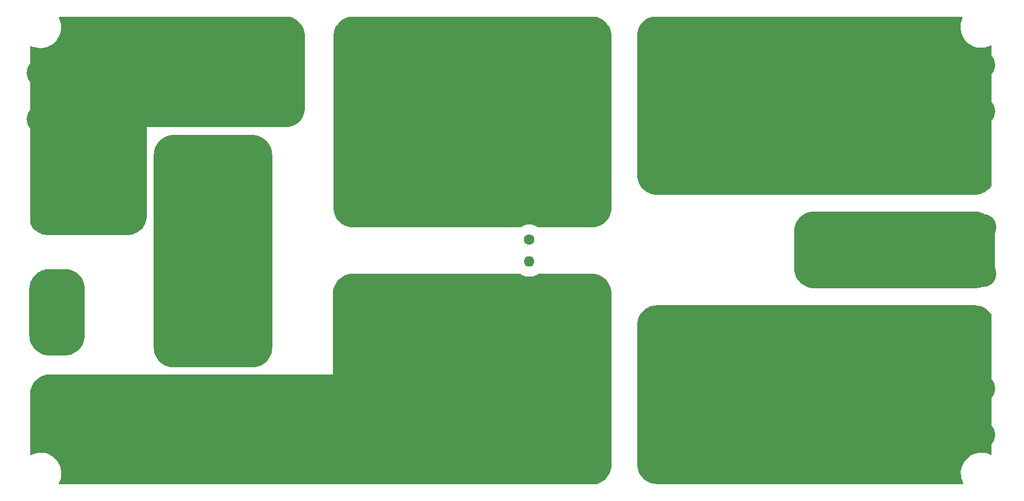
<source format=gbr>
%TF.GenerationSoftware,KiCad,Pcbnew,(6.0.0)*%
%TF.CreationDate,2022-08-03T23:01:30+01:00*%
%TF.ProjectId,EMI-DC BLOCKR FILTER,454d492d-4443-4204-924c-4f434b522046,rev?*%
%TF.SameCoordinates,Original*%
%TF.FileFunction,Copper,L2,Bot*%
%TF.FilePolarity,Positive*%
%FSLAX46Y46*%
G04 Gerber Fmt 4.6, Leading zero omitted, Abs format (unit mm)*
G04 Created by KiCad (PCBNEW (6.0.0)) date 2022-08-03 23:01:30*
%MOMM*%
%LPD*%
G01*
G04 APERTURE LIST*
%TA.AperFunction,ComponentPad*%
%ADD10C,2.400000*%
%TD*%
%TA.AperFunction,ComponentPad*%
%ADD11R,2.400000X2.400000*%
%TD*%
%TA.AperFunction,ComponentPad*%
%ADD12O,2.400000X2.400000*%
%TD*%
%TA.AperFunction,ComponentPad*%
%ADD13C,5.000000*%
%TD*%
%TA.AperFunction,ComponentPad*%
%ADD14C,4.000000*%
%TD*%
%TA.AperFunction,ComponentPad*%
%ADD15C,2.000000*%
%TD*%
%TA.AperFunction,ComponentPad*%
%ADD16O,1.600000X1.600000*%
%TD*%
%TA.AperFunction,ComponentPad*%
%ADD17R,4.000000X4.000000*%
%TD*%
%TA.AperFunction,ComponentPad*%
%ADD18C,1.600000*%
%TD*%
%TA.AperFunction,ComponentPad*%
%ADD19C,2.857500*%
%TD*%
%TA.AperFunction,ComponentPad*%
%ADD20R,2.857500X2.857500*%
%TD*%
%TA.AperFunction,ViaPad*%
%ADD21C,1.500000*%
%TD*%
G04 APERTURE END LIST*
D10*
%TO.P,,1*%
%TO.N,/HOT_OUT*%
X186639200Y-108051600D03*
%TD*%
%TO.P,,2*%
%TO.N,/NEUTRAL_IN*%
X130606800Y-80518000D03*
%TD*%
D11*
%TO.P,D4,1,K*%
%TO.N,/HOT_IN*%
X80037756Y-124026917D03*
D12*
%TO.P,D4,2,A*%
%TO.N,Net-(D1-Pad2)*%
X80037756Y-108786917D03*
%TD*%
D10*
%TO.P,,2*%
%TO.N,/NEUTRAL_OUT*%
X186588400Y-88036400D03*
%TD*%
D13*
%TO.P,J2,1,Pin_1*%
%TO.N,/EARTH*%
X219475349Y-97915616D03*
D14*
X222015349Y-94415616D03*
X217011549Y-101426016D03*
X222015349Y-101426016D03*
X217011549Y-94415616D03*
%TD*%
D11*
%TO.P,D3,1,K*%
%TO.N,Net-(D1-Pad2)*%
X84203356Y-108786917D03*
D12*
%TO.P,D3,2,A*%
%TO.N,/HOT_IN*%
X84203356Y-124026917D03*
%TD*%
D15*
%TO.P,,2*%
%TO.N,/NEUTRAL_OUT*%
X196545200Y-80365600D03*
%TD*%
D16*
%TO.P,,2*%
%TO.N,/NEUTRAL_IN*%
X153466800Y-84582000D03*
%TD*%
D11*
%TO.P,D1,1,K*%
%TO.N,/DC_IN*%
X84203356Y-90600517D03*
D12*
%TO.P,D1,2,A*%
%TO.N,Net-(D1-Pad2)*%
X84203356Y-105840517D03*
%TD*%
D17*
%TO.P,C1,1*%
%TO.N,Net-(C1-Pad1)*%
X105363357Y-84827400D03*
D14*
%TO.P,C1,2*%
%TO.N,/DC_IN*%
X105363357Y-74827400D03*
%TD*%
D10*
%TO.P,,2*%
%TO.N,/NEUTRAL_OUT*%
X186639200Y-80467200D03*
%TD*%
D11*
%TO.P,D2,1,K*%
%TO.N,Net-(D1-Pad2)*%
X80037756Y-105840517D03*
D12*
%TO.P,D2,2,A*%
%TO.N,/DC_IN*%
X80037756Y-90600517D03*
%TD*%
D10*
%TO.P,,2*%
%TO.N,/NEUTRAL_IN*%
X144513993Y-80518000D03*
%TD*%
%TO.P,C4,1*%
%TO.N,/HOT_IN*%
X144526000Y-111709200D03*
%TO.P,C4,2*%
%TO.N,/NEUTRAL_IN*%
X144526000Y-84209200D03*
%TD*%
%TO.P,C5,1*%
%TO.N,/HOT_OUT*%
X186639200Y-111709200D03*
%TO.P,C5,2*%
%TO.N,/NEUTRAL_OUT*%
X186639200Y-84209200D03*
%TD*%
%TO.P,,2*%
%TO.N,/NEUTRAL_OUT*%
X206400400Y-88036400D03*
%TD*%
D18*
%TO.P,,1*%
%TO.N,/HOT_IN*%
X153466800Y-109270800D03*
%TD*%
D15*
%TO.P,,1*%
%TO.N,/HOT_OUT*%
X196545200Y-115468400D03*
%TD*%
D10*
%TO.P,,1*%
%TO.N,/HOT_OUT*%
X206400400Y-108051600D03*
%TD*%
%TO.P,,1*%
%TO.N,/HOT_OUT*%
X186639200Y-115417600D03*
%TD*%
D16*
%TO.P,,2*%
%TO.N,/NEUTRAL_IN*%
X153466800Y-86614000D03*
%TD*%
D10*
%TO.P,,1*%
%TO.N,/HOT_IN*%
X144526000Y-108000800D03*
%TD*%
%TO.P,R4,1*%
%TO.N,/NEUTRAL_IN*%
X157480000Y-72254400D03*
D12*
%TO.P,R4,2*%
%TO.N,/NEUTRAL_OUT*%
X177800000Y-72254400D03*
%TD*%
D18*
%TO.P,R1,1*%
%TO.N,/HOT_IN*%
X153466800Y-107230200D03*
D16*
%TO.P,R1,2*%
%TO.N,Net-(R1-Pad2)*%
X153466800Y-99610200D03*
%TD*%
D10*
%TO.P,,2*%
%TO.N,/NEUTRAL_IN*%
X130606800Y-88036400D03*
%TD*%
D18*
%TO.P,R2,1*%
%TO.N,Net-(R1-Pad2)*%
X153466800Y-96308200D03*
D16*
%TO.P,R2,2*%
%TO.N,/NEUTRAL_IN*%
X153466800Y-88688200D03*
%TD*%
D10*
%TO.P,,1*%
%TO.N,/HOT_IN*%
X130606800Y-108000800D03*
%TD*%
%TO.P,R3,1*%
%TO.N,/HOT_IN*%
X157480000Y-122800400D03*
D12*
%TO.P,R3,2*%
%TO.N,/HOT_OUT*%
X177800000Y-122800400D03*
%TD*%
D17*
%TO.P,C2,1*%
%TO.N,Net-(C1-Pad1)*%
X105363357Y-111294200D03*
D14*
%TO.P,C2,2*%
%TO.N,/HOT_IN*%
X105363357Y-121294200D03*
%TD*%
D10*
%TO.P,,1*%
%TO.N,/HOT_IN*%
X144526000Y-115468400D03*
%TD*%
D15*
%TO.P,,2*%
%TO.N,/NEUTRAL_OUT*%
X196545200Y-86918800D03*
%TD*%
%TO.P,,1*%
%TO.N,/HOT_OUT*%
X196545200Y-108915200D03*
%TD*%
D14*
%TO.P,J4,1,Pin_1*%
%TO.N,/HOT_OUT*%
X216824907Y-125817135D03*
X221828707Y-118806735D03*
X221828707Y-125817135D03*
X216824907Y-118806735D03*
D13*
X219288707Y-122306735D03*
%TD*%
D10*
%TO.P,C3,1*%
%TO.N,/HOT_IN*%
X130606800Y-111709200D03*
%TO.P,C3,2*%
%TO.N,/NEUTRAL_IN*%
X130606800Y-84209200D03*
%TD*%
D15*
%TO.P,C8,1*%
%TO.N,/EARTH*%
X196545200Y-93709200D03*
%TO.P,C8,2*%
%TO.N,/NEUTRAL_OUT*%
X196545200Y-83709200D03*
%TD*%
D10*
%TO.P,C6,1*%
%TO.N,/HOT_OUT*%
X206400400Y-111709200D03*
%TO.P,C6,2*%
%TO.N,/NEUTRAL_OUT*%
X206400400Y-84209200D03*
%TD*%
D18*
%TO.P,,1*%
%TO.N,/HOT_IN*%
X153466800Y-111302800D03*
%TD*%
D14*
%TO.P,J6,1,Pin_1*%
%TO.N,/NEUTRAL_OUT*%
X216894757Y-76876903D03*
X221898557Y-76876903D03*
X216894757Y-69866503D03*
X221898557Y-69866503D03*
D13*
X219358557Y-73366503D03*
%TD*%
D10*
%TO.P,,1*%
%TO.N,/HOT_IN*%
X130606800Y-115468400D03*
%TD*%
D14*
%TO.P,J1,1,Pin_1*%
%TO.N,/DC_IN*%
X84578006Y-78103717D03*
X84578006Y-71093317D03*
X79574206Y-78103717D03*
D13*
X82038006Y-74593317D03*
D14*
X79574206Y-71093317D03*
%TD*%
D10*
%TO.P,,1*%
%TO.N,/HOT_OUT*%
X206400400Y-115417600D03*
%TD*%
%TO.P,,2*%
%TO.N,/NEUTRAL_IN*%
X144513993Y-88036400D03*
%TD*%
D15*
%TO.P,C7,1*%
%TO.N,/HOT_OUT*%
X196545200Y-112209200D03*
%TO.P,C7,2*%
%TO.N,/EARTH*%
X196545200Y-102209200D03*
%TD*%
D10*
%TO.P,,2*%
%TO.N,/NEUTRAL_OUT*%
X206451200Y-80467200D03*
%TD*%
D14*
%TO.P,J3,1,Pin_1*%
%TO.N,/NEUTRAL_IN*%
X136230707Y-69593750D03*
X129220307Y-74597550D03*
X136230707Y-74597550D03*
X129220307Y-69593750D03*
D13*
X132720307Y-72133750D03*
%TD*%
D19*
%TO.P,FL1,1,1*%
%TO.N,/HOT_IN*%
X158648400Y-112525897D03*
D20*
%TO.P,FL1,2,2*%
%TO.N,/HOT_OUT*%
X176428400Y-112525897D03*
D19*
%TO.P,FL1,3,3*%
%TO.N,/NEUTRAL_IN*%
X158648400Y-82045897D03*
%TO.P,FL1,4,4*%
%TO.N,/NEUTRAL_OUT*%
X176428400Y-82045897D03*
%TD*%
D21*
%TO.N,/HOT_IN*%
X143459200Y-127000000D03*
X130759200Y-121920000D03*
X135839200Y-129540000D03*
X128219200Y-119380000D03*
X143459200Y-124460000D03*
X143459200Y-129540000D03*
X130759200Y-129540000D03*
X140919200Y-124460000D03*
X145999200Y-127000000D03*
X145999200Y-121920000D03*
X133299200Y-129540000D03*
X128219200Y-127000000D03*
X140919200Y-129540000D03*
X138379200Y-129540000D03*
X138379200Y-124460000D03*
X130759200Y-119380000D03*
X133299200Y-119380000D03*
X135839200Y-124460000D03*
X145999200Y-119380000D03*
X133299200Y-124460000D03*
X130759200Y-124460000D03*
X138379200Y-121920000D03*
X130759200Y-127000000D03*
X138379200Y-119380000D03*
X135839200Y-121920000D03*
X140919200Y-121920000D03*
X133299200Y-121920000D03*
X145999200Y-129540000D03*
X145999200Y-124460000D03*
X135839200Y-127000000D03*
X128219200Y-124460000D03*
X140919200Y-119380000D03*
X133299200Y-127000000D03*
X138379200Y-127000000D03*
X143459200Y-121920000D03*
X135839200Y-119380000D03*
X128219200Y-121920000D03*
X128219200Y-129540000D03*
X143459200Y-119380000D03*
X140919200Y-127000000D03*
%TO.N,/HOT_OUT*%
X187858400Y-129540000D03*
X198018400Y-121920000D03*
X192938400Y-124460000D03*
X198018400Y-124460000D03*
X195478400Y-121920000D03*
X198018400Y-129540000D03*
X200558400Y-127000000D03*
X200558400Y-124460000D03*
X192938400Y-129540000D03*
X192938400Y-119380000D03*
X195478400Y-119380000D03*
X187858400Y-119380000D03*
X203098400Y-124460000D03*
X205638400Y-121920000D03*
X205638400Y-119380000D03*
X203098400Y-129540000D03*
X192938400Y-121920000D03*
X200558400Y-121920000D03*
X190398400Y-121920000D03*
X205638400Y-129540000D03*
X195478400Y-127000000D03*
X190398400Y-127000000D03*
X198018400Y-127000000D03*
X200558400Y-129540000D03*
X195478400Y-129540000D03*
X190398400Y-124460000D03*
X200558400Y-119380000D03*
X203098400Y-121920000D03*
X205638400Y-124460000D03*
X192938400Y-127000000D03*
X203098400Y-119380000D03*
X190398400Y-129540000D03*
X190398400Y-119380000D03*
X195478400Y-124460000D03*
X187858400Y-124460000D03*
X187858400Y-127000000D03*
X198018400Y-119380000D03*
X203098400Y-127000000D03*
X205638400Y-127000000D03*
X187858400Y-121920000D03*
%TO.N,/NEUTRAL_OUT*%
X203047600Y-71018400D03*
X200507600Y-71018400D03*
X197967600Y-73558400D03*
X195427600Y-71018400D03*
X203047600Y-73558400D03*
X203047600Y-68478400D03*
X187807600Y-76098400D03*
X205587600Y-65938400D03*
X190347600Y-68478400D03*
X190347600Y-71018400D03*
X205587600Y-71018400D03*
X192887600Y-68478400D03*
X190347600Y-73558400D03*
X192887600Y-71018400D03*
X197967600Y-76098400D03*
X192887600Y-76098400D03*
X195427600Y-73558400D03*
X203047600Y-76098400D03*
X200507600Y-68478400D03*
X203047600Y-65938400D03*
X200507600Y-73558400D03*
X197967600Y-71018400D03*
X190347600Y-65938400D03*
X192887600Y-73558400D03*
X205587600Y-73558400D03*
X190347600Y-76098400D03*
X192887600Y-65938400D03*
X187807600Y-65938400D03*
X195427600Y-76098400D03*
X205587600Y-68478400D03*
X187807600Y-68478400D03*
X205587600Y-76098400D03*
X197967600Y-68478400D03*
X195427600Y-68478400D03*
X197967600Y-65938400D03*
X187807600Y-73558400D03*
X200507600Y-76098400D03*
X187807600Y-71018400D03*
X195427600Y-65938400D03*
X200507600Y-65938400D03*
%TD*%
%TA.AperFunction,Conductor*%
%TO.N,/NEUTRAL_IN*%
G36*
X163605729Y-62617324D02*
G01*
X163896847Y-62701194D01*
X163910168Y-62705855D01*
X164207918Y-62829187D01*
X164220641Y-62835314D01*
X164436931Y-62954853D01*
X164502706Y-62991206D01*
X164514670Y-62998724D01*
X164777494Y-63185209D01*
X164788540Y-63194018D01*
X165028843Y-63408765D01*
X165038835Y-63418757D01*
X165253582Y-63659060D01*
X165262391Y-63670106D01*
X165448876Y-63932930D01*
X165456394Y-63944894D01*
X165612284Y-64226955D01*
X165618413Y-64239682D01*
X165741745Y-64537432D01*
X165746406Y-64550753D01*
X165808007Y-64764572D01*
X165835625Y-64860438D01*
X165838769Y-64874213D01*
X165892752Y-65191931D01*
X165894334Y-65205972D01*
X165912602Y-65531274D01*
X165912800Y-65538339D01*
X165912800Y-91433661D01*
X165912602Y-91440726D01*
X165894334Y-91766028D01*
X165892752Y-91780069D01*
X165838769Y-92097787D01*
X165835625Y-92111562D01*
X165746406Y-92421247D01*
X165741745Y-92434568D01*
X165618415Y-92732314D01*
X165612284Y-92745045D01*
X165456394Y-93027106D01*
X165448876Y-93039070D01*
X165262391Y-93301894D01*
X165253582Y-93312940D01*
X165038835Y-93553243D01*
X165028843Y-93563235D01*
X164788540Y-93777982D01*
X164777494Y-93786791D01*
X164514670Y-93973276D01*
X164502706Y-93980794D01*
X164220641Y-94136686D01*
X164207918Y-94142813D01*
X163910168Y-94266145D01*
X163896847Y-94270806D01*
X163683028Y-94332407D01*
X163587162Y-94360025D01*
X163573387Y-94363169D01*
X163414528Y-94390161D01*
X163255664Y-94417153D01*
X163241632Y-94418734D01*
X162916326Y-94437002D01*
X162909261Y-94437200D01*
X154845663Y-94437200D01*
X154775661Y-94415965D01*
X154622951Y-94313928D01*
X154619518Y-94311634D01*
X154615819Y-94309810D01*
X154615814Y-94309807D01*
X154476966Y-94241335D01*
X154349052Y-94178255D01*
X154345146Y-94176929D01*
X154067404Y-94082648D01*
X154067400Y-94082647D01*
X154063491Y-94081320D01*
X154059447Y-94080516D01*
X154059441Y-94080514D01*
X153771759Y-94023290D01*
X153771753Y-94023289D01*
X153767720Y-94022487D01*
X153763615Y-94022218D01*
X153763608Y-94022217D01*
X153470919Y-94003034D01*
X153466800Y-94002764D01*
X153462681Y-94003034D01*
X153169992Y-94022217D01*
X153169985Y-94022218D01*
X153165880Y-94022487D01*
X153161847Y-94023289D01*
X153161841Y-94023290D01*
X152874159Y-94080514D01*
X152874153Y-94080516D01*
X152870109Y-94081320D01*
X152866200Y-94082647D01*
X152866196Y-94082648D01*
X152588454Y-94176929D01*
X152584548Y-94178255D01*
X152456634Y-94241335D01*
X152317786Y-94309807D01*
X152317781Y-94309810D01*
X152314082Y-94311634D01*
X152310649Y-94313928D01*
X152157939Y-94415965D01*
X152087937Y-94437200D01*
X126904739Y-94437200D01*
X126897674Y-94437002D01*
X126572368Y-94418734D01*
X126558336Y-94417153D01*
X126399472Y-94390161D01*
X126240613Y-94363169D01*
X126226838Y-94360025D01*
X126130972Y-94332407D01*
X125917153Y-94270806D01*
X125903832Y-94266145D01*
X125606082Y-94142813D01*
X125593359Y-94136686D01*
X125311294Y-93980794D01*
X125299330Y-93973276D01*
X125036506Y-93786791D01*
X125025460Y-93777982D01*
X124785157Y-93563235D01*
X124775165Y-93553243D01*
X124560418Y-93312940D01*
X124551609Y-93301894D01*
X124365124Y-93039070D01*
X124357606Y-93027106D01*
X124201716Y-92745045D01*
X124195585Y-92732314D01*
X124072255Y-92434568D01*
X124067594Y-92421247D01*
X123978375Y-92111562D01*
X123975231Y-92097787D01*
X123921248Y-91780069D01*
X123919666Y-91766028D01*
X123901398Y-91440726D01*
X123901200Y-91433661D01*
X123901200Y-65538339D01*
X123901398Y-65531274D01*
X123919666Y-65205972D01*
X123921248Y-65191931D01*
X123975231Y-64874213D01*
X123978375Y-64860438D01*
X124005993Y-64764572D01*
X124067594Y-64550753D01*
X124072255Y-64537432D01*
X124195587Y-64239682D01*
X124201716Y-64226955D01*
X124357606Y-63944894D01*
X124365124Y-63932930D01*
X124551609Y-63670106D01*
X124560418Y-63659060D01*
X124775165Y-63418757D01*
X124785157Y-63408765D01*
X125025460Y-63194018D01*
X125036506Y-63185209D01*
X125299330Y-62998724D01*
X125311294Y-62991206D01*
X125377069Y-62954853D01*
X125593359Y-62835314D01*
X125606082Y-62829187D01*
X125903832Y-62705855D01*
X125917153Y-62701194D01*
X126208271Y-62617324D01*
X126243151Y-62612400D01*
X163570849Y-62612400D01*
X163605729Y-62617324D01*
G37*
%TD.AperFunction*%
%TD*%
%TA.AperFunction,Conductor*%
%TO.N,Net-(D1-Pad2)*%
G36*
X83348633Y-100736598D02*
G01*
X83673939Y-100754866D01*
X83687971Y-100756447D01*
X83846835Y-100783440D01*
X84005694Y-100810431D01*
X84019469Y-100813575D01*
X84115335Y-100841193D01*
X84329154Y-100902794D01*
X84342475Y-100907455D01*
X84640225Y-101030787D01*
X84652948Y-101036914D01*
X84869238Y-101156453D01*
X84935013Y-101192806D01*
X84946977Y-101200324D01*
X85209801Y-101386809D01*
X85220847Y-101395618D01*
X85461150Y-101610365D01*
X85471142Y-101620357D01*
X85685889Y-101860660D01*
X85694698Y-101871706D01*
X85881183Y-102134530D01*
X85888701Y-102146494D01*
X86044591Y-102428555D01*
X86050720Y-102441282D01*
X86174052Y-102739032D01*
X86178713Y-102752353D01*
X86240314Y-102966172D01*
X86267932Y-103062038D01*
X86271076Y-103075813D01*
X86325059Y-103393531D01*
X86326641Y-103407572D01*
X86344909Y-103732874D01*
X86345107Y-103739939D01*
X86345107Y-110788461D01*
X86344909Y-110795526D01*
X86326641Y-111120828D01*
X86325059Y-111134869D01*
X86271076Y-111452587D01*
X86267932Y-111466362D01*
X86178713Y-111776047D01*
X86174052Y-111789368D01*
X86050722Y-112087114D01*
X86044591Y-112099845D01*
X85888701Y-112381906D01*
X85881183Y-112393870D01*
X85694698Y-112656694D01*
X85685889Y-112667740D01*
X85471142Y-112908043D01*
X85461150Y-112918035D01*
X85220847Y-113132782D01*
X85209801Y-113141591D01*
X84946977Y-113328076D01*
X84935013Y-113335594D01*
X84652948Y-113491486D01*
X84640225Y-113497613D01*
X84342475Y-113620945D01*
X84329154Y-113625606D01*
X84115335Y-113687207D01*
X84019469Y-113714825D01*
X84005694Y-113717969D01*
X83846835Y-113744961D01*
X83687971Y-113771953D01*
X83673939Y-113773534D01*
X83348633Y-113791802D01*
X83341568Y-113792000D01*
X80966646Y-113792000D01*
X80959581Y-113791802D01*
X80634275Y-113773534D01*
X80620243Y-113771953D01*
X80461379Y-113744961D01*
X80302520Y-113717969D01*
X80288745Y-113714825D01*
X80192879Y-113687207D01*
X79979060Y-113625606D01*
X79965739Y-113620945D01*
X79667989Y-113497613D01*
X79655266Y-113491486D01*
X79373201Y-113335594D01*
X79361237Y-113328076D01*
X79098413Y-113141591D01*
X79087367Y-113132782D01*
X78847064Y-112918035D01*
X78837072Y-112908043D01*
X78622325Y-112667740D01*
X78613516Y-112656694D01*
X78427031Y-112393870D01*
X78419513Y-112381906D01*
X78263623Y-112099845D01*
X78257492Y-112087114D01*
X78134162Y-111789368D01*
X78129501Y-111776047D01*
X78040282Y-111466362D01*
X78037138Y-111452587D01*
X77983155Y-111134869D01*
X77981573Y-111120828D01*
X77963305Y-110795526D01*
X77963107Y-110788461D01*
X77963107Y-103739939D01*
X77963305Y-103732874D01*
X77981573Y-103407572D01*
X77983155Y-103393531D01*
X78037138Y-103075813D01*
X78040282Y-103062038D01*
X78067900Y-102966172D01*
X78129501Y-102752353D01*
X78134162Y-102739032D01*
X78257494Y-102441282D01*
X78263623Y-102428555D01*
X78419513Y-102146494D01*
X78427031Y-102134530D01*
X78613516Y-101871706D01*
X78622325Y-101860660D01*
X78837072Y-101620357D01*
X78847064Y-101610365D01*
X79087367Y-101395618D01*
X79098413Y-101386809D01*
X79361237Y-101200324D01*
X79373201Y-101192806D01*
X79438976Y-101156453D01*
X79655266Y-101036914D01*
X79667989Y-101030787D01*
X79965739Y-100907455D01*
X79979060Y-100902794D01*
X80192879Y-100841193D01*
X80288745Y-100813575D01*
X80302520Y-100810431D01*
X80461379Y-100783440D01*
X80620243Y-100756447D01*
X80634275Y-100754866D01*
X80959581Y-100736598D01*
X80966646Y-100736400D01*
X83341568Y-100736400D01*
X83348633Y-100736598D01*
G37*
%TD.AperFunction*%
%TD*%
%TA.AperFunction,Conductor*%
%TO.N,/HOT_IN*%
G36*
X152107653Y-101468835D02*
G01*
X152232707Y-101552393D01*
X152314082Y-101606766D01*
X152317781Y-101608590D01*
X152317786Y-101608593D01*
X152456634Y-101677065D01*
X152584548Y-101740145D01*
X152588453Y-101741471D01*
X152588454Y-101741471D01*
X152866196Y-101835752D01*
X152866200Y-101835753D01*
X152870109Y-101837080D01*
X152874153Y-101837884D01*
X152874159Y-101837886D01*
X153161841Y-101895110D01*
X153161847Y-101895111D01*
X153165880Y-101895913D01*
X153169985Y-101896182D01*
X153169992Y-101896183D01*
X153462681Y-101915366D01*
X153466800Y-101915636D01*
X153470919Y-101915366D01*
X153763608Y-101896183D01*
X153763615Y-101896182D01*
X153767720Y-101895913D01*
X153771753Y-101895111D01*
X153771759Y-101895110D01*
X154059441Y-101837886D01*
X154059447Y-101837884D01*
X154063491Y-101837080D01*
X154067400Y-101835753D01*
X154067404Y-101835752D01*
X154345146Y-101741471D01*
X154345147Y-101741471D01*
X154349052Y-101740145D01*
X154476966Y-101677065D01*
X154615814Y-101608593D01*
X154615819Y-101608590D01*
X154619518Y-101606766D01*
X154700893Y-101552393D01*
X154825947Y-101468835D01*
X154895949Y-101447600D01*
X162894368Y-101447600D01*
X162901433Y-101447798D01*
X163226739Y-101466066D01*
X163240771Y-101467647D01*
X163399635Y-101494639D01*
X163558494Y-101521631D01*
X163572269Y-101524775D01*
X163668135Y-101552393D01*
X163881954Y-101613994D01*
X163895275Y-101618655D01*
X164193025Y-101741987D01*
X164205748Y-101748114D01*
X164364317Y-101835752D01*
X164487813Y-101904006D01*
X164499777Y-101911524D01*
X164762601Y-102098009D01*
X164773647Y-102106818D01*
X165013950Y-102321565D01*
X165023942Y-102331557D01*
X165238689Y-102571860D01*
X165247498Y-102582906D01*
X165433983Y-102845730D01*
X165441501Y-102857694D01*
X165597391Y-103139755D01*
X165603520Y-103152482D01*
X165726852Y-103450232D01*
X165731513Y-103463553D01*
X165793114Y-103677372D01*
X165820732Y-103773238D01*
X165823876Y-103787013D01*
X165877859Y-104104731D01*
X165879441Y-104118772D01*
X165897709Y-104444074D01*
X165897907Y-104451139D01*
X165897907Y-130346461D01*
X165897709Y-130353526D01*
X165879441Y-130678828D01*
X165877859Y-130692869D01*
X165823876Y-131010587D01*
X165820732Y-131024362D01*
X165731513Y-131334047D01*
X165726852Y-131347368D01*
X165633736Y-131572170D01*
X165603522Y-131645114D01*
X165597391Y-131657845D01*
X165441501Y-131939906D01*
X165433983Y-131951870D01*
X165247498Y-132214694D01*
X165238689Y-132225740D01*
X165023942Y-132466043D01*
X165013950Y-132476035D01*
X164773647Y-132690782D01*
X164762601Y-132699591D01*
X164499777Y-132886076D01*
X164487813Y-132893594D01*
X164205748Y-133049486D01*
X164193025Y-133055613D01*
X163895275Y-133178945D01*
X163881954Y-133183606D01*
X163590837Y-133267476D01*
X163555956Y-133272400D01*
X82534496Y-133272400D01*
X82466375Y-133252398D01*
X82419882Y-133198742D01*
X82409778Y-133128468D01*
X82423504Y-133086762D01*
X82503209Y-132938424D01*
X82504905Y-132935268D01*
X82635388Y-132608210D01*
X82728008Y-132268483D01*
X82781575Y-131920455D01*
X82795399Y-131568600D01*
X82769303Y-131217442D01*
X82703623Y-130871496D01*
X82599203Y-130535208D01*
X82457386Y-130212903D01*
X82279994Y-129908724D01*
X82069308Y-129626581D01*
X82066864Y-129623983D01*
X82066859Y-129623977D01*
X81830487Y-129372707D01*
X81830483Y-129372704D01*
X81828037Y-129370103D01*
X81559283Y-129142586D01*
X81266500Y-128946955D01*
X81127345Y-128875285D01*
X80956637Y-128787364D01*
X80956632Y-128787362D01*
X80953454Y-128785725D01*
X80950113Y-128784459D01*
X80950108Y-128784457D01*
X80627512Y-128662237D01*
X80627513Y-128662237D01*
X80624168Y-128660970D01*
X80620704Y-128660090D01*
X80620700Y-128660089D01*
X80286344Y-128575173D01*
X80286336Y-128575171D01*
X80282877Y-128574293D01*
X80111155Y-128550922D01*
X79936960Y-128527215D01*
X79936953Y-128527214D01*
X79933967Y-128526808D01*
X79819226Y-128522300D01*
X79601109Y-128522300D01*
X79459551Y-128530338D01*
X79342315Y-128536995D01*
X79342308Y-128536996D01*
X79338747Y-128537198D01*
X79200424Y-128560966D01*
X78995225Y-128596225D01*
X78995217Y-128596227D01*
X78991707Y-128596830D01*
X78988282Y-128597828D01*
X78988279Y-128597829D01*
X78774677Y-128660089D01*
X78653648Y-128695366D01*
X78650346Y-128696751D01*
X78650345Y-128696751D01*
X78416499Y-128794811D01*
X78328917Y-128831537D01*
X78325798Y-128833284D01*
X78279073Y-128859451D01*
X78209865Y-128875285D01*
X78143083Y-128851188D01*
X78099930Y-128794811D01*
X78091507Y-128749517D01*
X78091507Y-119315623D01*
X78093287Y-119294517D01*
X78138738Y-119027013D01*
X78141882Y-119013238D01*
X78169500Y-118917372D01*
X78231101Y-118703553D01*
X78235762Y-118690232D01*
X78359094Y-118392482D01*
X78365223Y-118379755D01*
X78521113Y-118097694D01*
X78528631Y-118085730D01*
X78715116Y-117822906D01*
X78723925Y-117811860D01*
X78938672Y-117571557D01*
X78948664Y-117561565D01*
X79188967Y-117346818D01*
X79200013Y-117338009D01*
X79462837Y-117151524D01*
X79474801Y-117144006D01*
X79540576Y-117107653D01*
X79756866Y-116988114D01*
X79769589Y-116981987D01*
X80067339Y-116858655D01*
X80080660Y-116853994D01*
X80294479Y-116792393D01*
X80390345Y-116764775D01*
X80404120Y-116761631D01*
X80562979Y-116734640D01*
X80721843Y-116707647D01*
X80735875Y-116706066D01*
X81061181Y-116687798D01*
X81068246Y-116687600D01*
X123835507Y-116687600D01*
X123835507Y-104451139D01*
X123835705Y-104444074D01*
X123853973Y-104118772D01*
X123855555Y-104104731D01*
X123909538Y-103787013D01*
X123912682Y-103773238D01*
X123940300Y-103677372D01*
X124001901Y-103463553D01*
X124006562Y-103450232D01*
X124129894Y-103152482D01*
X124136023Y-103139755D01*
X124291913Y-102857694D01*
X124299431Y-102845730D01*
X124485916Y-102582906D01*
X124494725Y-102571860D01*
X124709472Y-102331557D01*
X124719464Y-102321565D01*
X124959767Y-102106818D01*
X124970813Y-102098009D01*
X125233637Y-101911524D01*
X125245601Y-101904006D01*
X125369097Y-101835752D01*
X125527666Y-101748114D01*
X125540389Y-101741987D01*
X125838139Y-101618655D01*
X125851460Y-101613994D01*
X126065279Y-101552393D01*
X126161145Y-101524775D01*
X126174920Y-101521631D01*
X126333779Y-101494639D01*
X126492643Y-101467647D01*
X126506675Y-101466066D01*
X126831981Y-101447798D01*
X126839046Y-101447600D01*
X152037651Y-101447600D01*
X152107653Y-101468835D01*
G37*
%TD.AperFunction*%
%TD*%
%TA.AperFunction,Conductor*%
%TO.N,/DC_IN*%
G36*
X117312036Y-62617324D02*
G01*
X117603154Y-62701194D01*
X117616475Y-62705855D01*
X117914225Y-62829187D01*
X117926948Y-62835314D01*
X118143238Y-62954853D01*
X118209013Y-62991206D01*
X118220977Y-62998724D01*
X118483801Y-63185209D01*
X118494847Y-63194018D01*
X118735150Y-63408765D01*
X118745142Y-63418757D01*
X118959889Y-63659060D01*
X118968698Y-63670106D01*
X119155183Y-63932930D01*
X119162701Y-63944894D01*
X119277961Y-64153440D01*
X119318591Y-64226955D01*
X119324720Y-64239682D01*
X119448052Y-64537432D01*
X119452713Y-64550753D01*
X119514314Y-64764572D01*
X119541932Y-64860438D01*
X119545076Y-64874213D01*
X119599059Y-65191931D01*
X119600641Y-65205972D01*
X119618909Y-65531274D01*
X119619107Y-65538339D01*
X119619107Y-76295261D01*
X119618909Y-76302326D01*
X119600641Y-76627628D01*
X119599059Y-76641669D01*
X119545076Y-76959387D01*
X119541932Y-76973162D01*
X119452713Y-77282847D01*
X119448052Y-77296168D01*
X119324722Y-77593914D01*
X119318591Y-77606645D01*
X119162701Y-77888706D01*
X119155183Y-77900670D01*
X118968698Y-78163494D01*
X118959889Y-78174540D01*
X118745142Y-78414843D01*
X118735150Y-78424835D01*
X118494847Y-78639582D01*
X118483801Y-78648391D01*
X118220977Y-78834876D01*
X118209013Y-78842394D01*
X117926948Y-78998286D01*
X117914225Y-79004413D01*
X117616475Y-79127745D01*
X117603154Y-79132406D01*
X117389335Y-79194007D01*
X117293469Y-79221625D01*
X117279694Y-79224769D01*
X117120835Y-79251760D01*
X116961971Y-79278753D01*
X116947939Y-79280334D01*
X116622633Y-79298602D01*
X116615568Y-79298800D01*
X95743107Y-79298800D01*
X95743107Y-92602061D01*
X95742909Y-92609126D01*
X95724641Y-92934428D01*
X95723059Y-92948469D01*
X95669076Y-93266187D01*
X95665932Y-93279962D01*
X95576713Y-93589647D01*
X95572052Y-93602968D01*
X95448723Y-93900711D01*
X95448722Y-93900714D01*
X95442591Y-93913445D01*
X95286701Y-94195506D01*
X95279183Y-94207470D01*
X95092698Y-94470294D01*
X95083889Y-94481340D01*
X94869142Y-94721643D01*
X94859150Y-94731635D01*
X94618847Y-94946382D01*
X94607801Y-94955191D01*
X94344977Y-95141676D01*
X94333013Y-95149194D01*
X94050948Y-95305086D01*
X94038225Y-95311213D01*
X93740475Y-95434545D01*
X93727154Y-95439206D01*
X93513335Y-95500807D01*
X93417469Y-95528425D01*
X93403694Y-95531569D01*
X93244835Y-95558560D01*
X93085971Y-95585553D01*
X93071939Y-95587134D01*
X92746633Y-95605402D01*
X92739568Y-95605600D01*
X80814246Y-95605600D01*
X80807181Y-95605402D01*
X80481875Y-95587134D01*
X80467843Y-95585553D01*
X80308979Y-95558560D01*
X80150120Y-95531569D01*
X80136345Y-95528425D01*
X80040479Y-95500807D01*
X79826660Y-95439206D01*
X79813339Y-95434545D01*
X79515589Y-95311213D01*
X79502866Y-95305086D01*
X79220801Y-95149194D01*
X79208837Y-95141676D01*
X78946013Y-94955191D01*
X78934967Y-94946382D01*
X78694664Y-94731635D01*
X78684672Y-94721643D01*
X78469925Y-94481340D01*
X78461116Y-94470294D01*
X78274631Y-94207470D01*
X78267113Y-94195506D01*
X78111223Y-93913445D01*
X78105091Y-93900711D01*
X78101097Y-93891068D01*
X78091507Y-93842853D01*
X78091507Y-67108189D01*
X78111509Y-67040068D01*
X78165165Y-66993575D01*
X78235439Y-66983471D01*
X78275196Y-66996172D01*
X78376360Y-67048275D01*
X78379701Y-67049541D01*
X78379706Y-67049543D01*
X78611203Y-67137249D01*
X78705646Y-67173030D01*
X78709110Y-67173910D01*
X78709114Y-67173911D01*
X79043470Y-67258827D01*
X79043478Y-67258829D01*
X79046937Y-67259707D01*
X79218659Y-67283078D01*
X79392854Y-67306785D01*
X79392861Y-67306786D01*
X79395847Y-67307192D01*
X79510588Y-67311700D01*
X79728705Y-67311700D01*
X79870263Y-67303662D01*
X79987499Y-67297005D01*
X79987506Y-67297004D01*
X79991067Y-67296802D01*
X80129390Y-67273034D01*
X80334589Y-67237775D01*
X80334597Y-67237773D01*
X80338107Y-67237170D01*
X80341532Y-67236172D01*
X80341535Y-67236171D01*
X80672728Y-67139636D01*
X80676166Y-67138634D01*
X81000897Y-67002463D01*
X81181064Y-66901565D01*
X81305009Y-66832153D01*
X81305014Y-66832150D01*
X81308126Y-66830407D01*
X81311022Y-66828322D01*
X81311027Y-66828319D01*
X81457746Y-66722696D01*
X81593902Y-66624677D01*
X81854553Y-66387919D01*
X82086726Y-66123177D01*
X82287436Y-65833853D01*
X82454105Y-65523668D01*
X82584588Y-65196610D01*
X82677208Y-64856883D01*
X82730775Y-64508855D01*
X82744599Y-64157000D01*
X82718503Y-63805842D01*
X82652823Y-63459896D01*
X82636947Y-63408765D01*
X82570266Y-63194018D01*
X82548403Y-63123608D01*
X82490145Y-62991206D01*
X82408029Y-62804581D01*
X82408024Y-62804572D01*
X82406586Y-62801303D01*
X82404784Y-62798214D01*
X82403453Y-62795601D01*
X82390350Y-62725824D01*
X82417052Y-62660039D01*
X82475080Y-62619134D01*
X82515721Y-62612400D01*
X117277156Y-62612400D01*
X117312036Y-62617324D01*
G37*
%TD.AperFunction*%
%TD*%
%TA.AperFunction,Conductor*%
%TO.N,Net-(C1-Pad1)*%
G36*
X111644233Y-80467398D02*
G01*
X111969539Y-80485666D01*
X111983571Y-80487247D01*
X112142435Y-80514239D01*
X112301294Y-80541231D01*
X112315069Y-80544375D01*
X112410935Y-80571993D01*
X112624754Y-80633594D01*
X112638075Y-80638255D01*
X112935825Y-80761587D01*
X112948548Y-80767714D01*
X113164838Y-80887253D01*
X113230613Y-80923606D01*
X113242577Y-80931124D01*
X113505401Y-81117609D01*
X113516447Y-81126418D01*
X113756750Y-81341165D01*
X113766742Y-81351157D01*
X113981489Y-81591460D01*
X113990298Y-81602506D01*
X114176783Y-81865330D01*
X114184301Y-81877294D01*
X114340191Y-82159355D01*
X114346320Y-82172082D01*
X114469652Y-82469832D01*
X114474313Y-82483153D01*
X114535914Y-82696972D01*
X114563532Y-82792838D01*
X114566676Y-82806613D01*
X114620659Y-83124331D01*
X114622241Y-83138372D01*
X114640509Y-83463674D01*
X114640707Y-83470739D01*
X114640707Y-112617261D01*
X114640509Y-112624326D01*
X114622241Y-112949628D01*
X114620659Y-112963669D01*
X114566676Y-113281387D01*
X114563532Y-113295162D01*
X114474313Y-113604847D01*
X114469652Y-113618168D01*
X114346322Y-113915914D01*
X114340191Y-113928645D01*
X114184301Y-114210706D01*
X114176783Y-114222670D01*
X113990298Y-114485494D01*
X113981489Y-114496540D01*
X113766742Y-114736843D01*
X113756750Y-114746835D01*
X113516447Y-114961582D01*
X113505401Y-114970391D01*
X113242577Y-115156876D01*
X113230613Y-115164394D01*
X112948548Y-115320286D01*
X112935825Y-115326413D01*
X112638075Y-115449745D01*
X112624754Y-115454406D01*
X112410935Y-115516007D01*
X112315069Y-115543625D01*
X112301294Y-115546769D01*
X112142435Y-115573761D01*
X111983571Y-115600753D01*
X111969539Y-115602334D01*
X111644233Y-115620602D01*
X111637168Y-115620800D01*
X99762646Y-115620800D01*
X99755581Y-115620602D01*
X99430275Y-115602334D01*
X99416243Y-115600753D01*
X99257379Y-115573761D01*
X99098520Y-115546769D01*
X99084745Y-115543625D01*
X98988879Y-115516007D01*
X98775060Y-115454406D01*
X98761739Y-115449745D01*
X98463989Y-115326413D01*
X98451266Y-115320286D01*
X98169201Y-115164394D01*
X98157237Y-115156876D01*
X97894413Y-114970391D01*
X97883367Y-114961582D01*
X97643064Y-114746835D01*
X97633072Y-114736843D01*
X97418325Y-114496540D01*
X97409516Y-114485494D01*
X97223031Y-114222670D01*
X97215513Y-114210706D01*
X97059623Y-113928645D01*
X97053492Y-113915914D01*
X96930162Y-113618168D01*
X96925501Y-113604847D01*
X96836282Y-113295162D01*
X96833138Y-113281387D01*
X96779155Y-112963669D01*
X96777573Y-112949628D01*
X96759305Y-112624326D01*
X96759107Y-112617261D01*
X96759107Y-83470739D01*
X96759305Y-83463674D01*
X96777573Y-83138372D01*
X96779155Y-83124331D01*
X96833138Y-82806613D01*
X96836282Y-82792838D01*
X96863900Y-82696972D01*
X96925501Y-82483153D01*
X96930162Y-82469832D01*
X97053494Y-82172082D01*
X97059623Y-82159355D01*
X97215513Y-81877294D01*
X97223031Y-81865330D01*
X97409516Y-81602506D01*
X97418325Y-81591460D01*
X97633072Y-81351157D01*
X97643064Y-81341165D01*
X97883367Y-81126418D01*
X97894413Y-81117609D01*
X98157237Y-80931124D01*
X98169201Y-80923606D01*
X98234976Y-80887253D01*
X98451266Y-80767714D01*
X98463989Y-80761587D01*
X98761739Y-80638255D01*
X98775060Y-80633594D01*
X98988879Y-80571993D01*
X99084745Y-80544375D01*
X99098520Y-80541231D01*
X99257379Y-80514239D01*
X99416243Y-80487247D01*
X99430275Y-80485666D01*
X99755581Y-80467398D01*
X99762646Y-80467200D01*
X111637168Y-80467200D01*
X111644233Y-80467398D01*
G37*
%TD.AperFunction*%
%TD*%
%TA.AperFunction,Conductor*%
%TO.N,/NEUTRAL_OUT*%
G36*
X218896447Y-62632402D02*
G01*
X218942940Y-62686058D01*
X218953044Y-62756332D01*
X218939318Y-62798038D01*
X218912509Y-62847932D01*
X218782026Y-63174990D01*
X218689406Y-63514717D01*
X218635839Y-63862745D01*
X218622015Y-64214600D01*
X218648111Y-64565758D01*
X218713791Y-64911704D01*
X218818211Y-65247992D01*
X218960028Y-65570297D01*
X219137420Y-65874476D01*
X219348106Y-66156619D01*
X219350550Y-66159217D01*
X219350555Y-66159223D01*
X219586927Y-66410493D01*
X219589377Y-66413097D01*
X219858131Y-66640614D01*
X220150914Y-66836245D01*
X220154096Y-66837884D01*
X220154098Y-66837885D01*
X220460777Y-66995836D01*
X220460782Y-66995838D01*
X220463960Y-66997475D01*
X220467301Y-66998741D01*
X220467306Y-66998743D01*
X220698803Y-67086449D01*
X220793246Y-67122230D01*
X220796710Y-67123110D01*
X220796714Y-67123111D01*
X221131070Y-67208027D01*
X221131078Y-67208029D01*
X221134537Y-67208907D01*
X221306259Y-67232278D01*
X221480454Y-67255985D01*
X221480461Y-67255986D01*
X221483447Y-67256392D01*
X221598188Y-67260900D01*
X221816305Y-67260900D01*
X221957863Y-67252862D01*
X222075099Y-67246205D01*
X222075106Y-67246204D01*
X222078667Y-67246002D01*
X222216990Y-67222234D01*
X222422189Y-67186975D01*
X222422197Y-67186973D01*
X222425707Y-67186370D01*
X222429132Y-67185372D01*
X222429135Y-67185371D01*
X222760328Y-67088836D01*
X222763766Y-67087834D01*
X222767069Y-67086449D01*
X223085204Y-66953044D01*
X223085206Y-66953043D01*
X223088497Y-66951663D01*
X223138341Y-66923749D01*
X223207549Y-66907915D01*
X223274331Y-66932012D01*
X223317484Y-66988389D01*
X223325907Y-67033683D01*
X223325907Y-88048999D01*
X223302667Y-88121912D01*
X223123591Y-88374294D01*
X223114782Y-88385340D01*
X222900035Y-88625643D01*
X222890043Y-88635635D01*
X222649740Y-88850382D01*
X222638694Y-88859191D01*
X222375870Y-89045676D01*
X222363906Y-89053194D01*
X222081841Y-89209086D01*
X222069118Y-89215213D01*
X221771368Y-89338545D01*
X221758047Y-89343206D01*
X221544228Y-89404807D01*
X221448362Y-89432425D01*
X221434587Y-89435569D01*
X221275728Y-89462561D01*
X221116864Y-89489553D01*
X221102832Y-89491134D01*
X220777526Y-89509402D01*
X220770461Y-89509600D01*
X172777139Y-89509600D01*
X172770074Y-89509402D01*
X172444768Y-89491134D01*
X172430736Y-89489553D01*
X172271872Y-89462561D01*
X172113013Y-89435569D01*
X172099238Y-89432425D01*
X172003372Y-89404807D01*
X171789553Y-89343206D01*
X171776232Y-89338545D01*
X171478482Y-89215213D01*
X171465759Y-89209086D01*
X171183694Y-89053194D01*
X171171730Y-89045676D01*
X170908906Y-88859191D01*
X170897860Y-88850382D01*
X170657557Y-88635635D01*
X170647565Y-88625643D01*
X170432818Y-88385340D01*
X170424009Y-88374294D01*
X170237524Y-88111470D01*
X170230006Y-88099506D01*
X170074116Y-87817445D01*
X170067985Y-87804714D01*
X169944655Y-87506968D01*
X169939994Y-87493647D01*
X169850775Y-87183962D01*
X169847631Y-87170187D01*
X169793648Y-86852469D01*
X169792066Y-86838428D01*
X169773798Y-86513126D01*
X169773600Y-86506061D01*
X169773600Y-65487539D01*
X169773798Y-65480474D01*
X169792066Y-65155172D01*
X169793648Y-65141131D01*
X169847631Y-64823413D01*
X169850775Y-64809638D01*
X169920024Y-64569270D01*
X169939994Y-64499953D01*
X169944655Y-64486632D01*
X170067987Y-64188882D01*
X170074116Y-64176155D01*
X170230006Y-63894094D01*
X170237524Y-63882130D01*
X170424009Y-63619306D01*
X170432818Y-63608260D01*
X170647565Y-63367957D01*
X170657557Y-63357965D01*
X170897860Y-63143218D01*
X170908906Y-63134409D01*
X171171730Y-62947924D01*
X171183694Y-62940406D01*
X171441289Y-62798038D01*
X171465759Y-62784514D01*
X171478482Y-62778387D01*
X171776232Y-62655055D01*
X171789553Y-62650394D01*
X171904341Y-62617324D01*
X171939221Y-62612400D01*
X218828326Y-62612400D01*
X218896447Y-62632402D01*
G37*
%TD.AperFunction*%
%TD*%
%TA.AperFunction,Conductor*%
%TO.N,/HOT_OUT*%
G36*
X220777526Y-106222998D02*
G01*
X221102832Y-106241266D01*
X221116864Y-106242847D01*
X221275728Y-106269839D01*
X221434587Y-106296831D01*
X221448362Y-106299975D01*
X221544228Y-106327593D01*
X221758047Y-106389194D01*
X221771368Y-106393855D01*
X222069118Y-106517187D01*
X222081841Y-106523314D01*
X222298131Y-106642853D01*
X222363906Y-106679206D01*
X222375870Y-106686724D01*
X222638694Y-106873209D01*
X222649740Y-106882018D01*
X222890043Y-107096765D01*
X222900035Y-107106757D01*
X223114782Y-107347060D01*
X223123591Y-107358106D01*
X223302667Y-107610488D01*
X223325907Y-107683401D01*
X223325907Y-128725811D01*
X223305905Y-128793932D01*
X223252249Y-128840425D01*
X223181975Y-128850529D01*
X223142218Y-128837828D01*
X223041054Y-128785725D01*
X223037713Y-128784459D01*
X223037708Y-128784457D01*
X222715112Y-128662237D01*
X222715113Y-128662237D01*
X222711768Y-128660970D01*
X222708304Y-128660090D01*
X222708300Y-128660089D01*
X222373944Y-128575173D01*
X222373936Y-128575171D01*
X222370477Y-128574293D01*
X222198755Y-128550922D01*
X222024560Y-128527215D01*
X222024553Y-128527214D01*
X222021567Y-128526808D01*
X221906826Y-128522300D01*
X221688709Y-128522300D01*
X221547151Y-128530338D01*
X221429915Y-128536995D01*
X221429908Y-128536996D01*
X221426347Y-128537198D01*
X221288024Y-128560966D01*
X221082825Y-128596225D01*
X221082817Y-128596227D01*
X221079307Y-128596830D01*
X221075882Y-128597828D01*
X221075879Y-128597829D01*
X220862277Y-128660089D01*
X220741248Y-128695366D01*
X220416517Y-128831537D01*
X220262902Y-128917565D01*
X220112405Y-129001847D01*
X220112400Y-129001850D01*
X220109288Y-129003593D01*
X220106392Y-129005678D01*
X220106387Y-129005681D01*
X219959668Y-129111304D01*
X219823512Y-129209323D01*
X219562861Y-129446081D01*
X219330688Y-129710823D01*
X219129978Y-130000147D01*
X218963309Y-130310332D01*
X218832826Y-130637390D01*
X218740206Y-130977117D01*
X218686639Y-131325145D01*
X218686499Y-131328709D01*
X218678060Y-131543514D01*
X218672815Y-131677000D01*
X218698911Y-132028158D01*
X218764591Y-132374104D01*
X218869011Y-132710392D01*
X219010828Y-133032697D01*
X219026124Y-133058925D01*
X219043162Y-133127847D01*
X219020234Y-133195039D01*
X218964619Y-133239169D01*
X218917280Y-133248400D01*
X172777139Y-133248400D01*
X172770074Y-133248202D01*
X172444768Y-133229934D01*
X172430736Y-133228353D01*
X172271872Y-133201360D01*
X172113013Y-133174369D01*
X172099238Y-133171225D01*
X171948669Y-133127847D01*
X171789553Y-133082006D01*
X171776232Y-133077345D01*
X171478482Y-132954013D01*
X171465759Y-132947886D01*
X171183694Y-132791994D01*
X171171730Y-132784476D01*
X170908906Y-132597991D01*
X170897860Y-132589182D01*
X170657557Y-132374435D01*
X170647565Y-132364443D01*
X170432818Y-132124140D01*
X170424009Y-132113094D01*
X170237524Y-131850270D01*
X170230006Y-131838306D01*
X170074116Y-131556245D01*
X170067985Y-131543514D01*
X169979010Y-131328709D01*
X169944655Y-131245768D01*
X169939994Y-131232447D01*
X169850775Y-130922762D01*
X169847631Y-130908987D01*
X169793648Y-130591269D01*
X169792066Y-130577228D01*
X169773798Y-130251926D01*
X169773600Y-130244861D01*
X169773600Y-109226339D01*
X169773798Y-109219274D01*
X169792066Y-108893972D01*
X169793648Y-108879931D01*
X169847631Y-108562213D01*
X169850775Y-108548438D01*
X169878393Y-108452572D01*
X169939994Y-108238753D01*
X169944655Y-108225432D01*
X170067987Y-107927682D01*
X170074116Y-107914955D01*
X170230006Y-107632894D01*
X170237524Y-107620930D01*
X170424009Y-107358106D01*
X170432818Y-107347060D01*
X170647565Y-107106757D01*
X170657557Y-107096765D01*
X170897860Y-106882018D01*
X170908906Y-106873209D01*
X171171730Y-106686724D01*
X171183694Y-106679206D01*
X171249469Y-106642853D01*
X171465759Y-106523314D01*
X171478482Y-106517187D01*
X171776232Y-106393855D01*
X171789553Y-106389194D01*
X172003372Y-106327593D01*
X172099238Y-106299975D01*
X172113013Y-106296831D01*
X172271872Y-106269839D01*
X172430736Y-106242847D01*
X172444768Y-106241266D01*
X172770074Y-106222998D01*
X172777139Y-106222800D01*
X220770461Y-106222800D01*
X220777526Y-106222998D01*
G37*
%TD.AperFunction*%
%TD*%
%TA.AperFunction,Conductor*%
%TO.N,/EARTH*%
G36*
X220777526Y-92049798D02*
G01*
X221102832Y-92068066D01*
X221116864Y-92069647D01*
X221275728Y-92096640D01*
X221434587Y-92123631D01*
X221448362Y-92126775D01*
X221544228Y-92154393D01*
X221758047Y-92215994D01*
X221771368Y-92220655D01*
X222069118Y-92343987D01*
X222081841Y-92350114D01*
X222298131Y-92469653D01*
X222363906Y-92506006D01*
X222375870Y-92513524D01*
X222638694Y-92700009D01*
X222649740Y-92708818D01*
X222890043Y-92923565D01*
X222900035Y-92933557D01*
X223114782Y-93173860D01*
X223123591Y-93184906D01*
X223310076Y-93447730D01*
X223317594Y-93459694D01*
X223473484Y-93741755D01*
X223479613Y-93754482D01*
X223602945Y-94052232D01*
X223607606Y-94065553D01*
X223669207Y-94279372D01*
X223696825Y-94375238D01*
X223699969Y-94389013D01*
X223753952Y-94706731D01*
X223755534Y-94720772D01*
X223773802Y-95046074D01*
X223774000Y-95053139D01*
X223774000Y-100628461D01*
X223773802Y-100635526D01*
X223755534Y-100960828D01*
X223753952Y-100974869D01*
X223699969Y-101292587D01*
X223696825Y-101306362D01*
X223607606Y-101616047D01*
X223602945Y-101629368D01*
X223479615Y-101927114D01*
X223473484Y-101939845D01*
X223317594Y-102221906D01*
X223310076Y-102233870D01*
X223123591Y-102496694D01*
X223114782Y-102507740D01*
X222900035Y-102748043D01*
X222890043Y-102758035D01*
X222649740Y-102972782D01*
X222638694Y-102981591D01*
X222375870Y-103168076D01*
X222363906Y-103175594D01*
X222081841Y-103331486D01*
X222069118Y-103337613D01*
X221771368Y-103460945D01*
X221758047Y-103465606D01*
X221544228Y-103527207D01*
X221448362Y-103554825D01*
X221434587Y-103557969D01*
X221275728Y-103584961D01*
X221116864Y-103611953D01*
X221102832Y-103613534D01*
X220777526Y-103631802D01*
X220770461Y-103632000D01*
X196500739Y-103632000D01*
X196493674Y-103631802D01*
X196168368Y-103613534D01*
X196154336Y-103611953D01*
X195995472Y-103584961D01*
X195836613Y-103557969D01*
X195822838Y-103554825D01*
X195726972Y-103527207D01*
X195513153Y-103465606D01*
X195499832Y-103460945D01*
X195202082Y-103337613D01*
X195189359Y-103331486D01*
X194907294Y-103175594D01*
X194895330Y-103168076D01*
X194632506Y-102981591D01*
X194621460Y-102972782D01*
X194381157Y-102758035D01*
X194371165Y-102748043D01*
X194156418Y-102507740D01*
X194147609Y-102496694D01*
X193961124Y-102233870D01*
X193953606Y-102221906D01*
X193797716Y-101939845D01*
X193791585Y-101927114D01*
X193668255Y-101629368D01*
X193663594Y-101616047D01*
X193574375Y-101306362D01*
X193571231Y-101292587D01*
X193517248Y-100974869D01*
X193515666Y-100960828D01*
X193497398Y-100635526D01*
X193497200Y-100628461D01*
X193497200Y-95053139D01*
X193497398Y-95046074D01*
X193515666Y-94720772D01*
X193517248Y-94706731D01*
X193571231Y-94389013D01*
X193574375Y-94375238D01*
X193601993Y-94279372D01*
X193663594Y-94065553D01*
X193668255Y-94052232D01*
X193791587Y-93754482D01*
X193797716Y-93741755D01*
X193953606Y-93459694D01*
X193961124Y-93447730D01*
X194147609Y-93184906D01*
X194156418Y-93173860D01*
X194371165Y-92933557D01*
X194381157Y-92923565D01*
X194621460Y-92708818D01*
X194632506Y-92700009D01*
X194895330Y-92513524D01*
X194907294Y-92506006D01*
X194973069Y-92469653D01*
X195189359Y-92350114D01*
X195202082Y-92343987D01*
X195499832Y-92220655D01*
X195513153Y-92215994D01*
X195726972Y-92154393D01*
X195822838Y-92126775D01*
X195836613Y-92123631D01*
X195995472Y-92096640D01*
X196154336Y-92069647D01*
X196168368Y-92068066D01*
X196493674Y-92049798D01*
X196500739Y-92049600D01*
X220770461Y-92049600D01*
X220777526Y-92049798D01*
G37*
%TD.AperFunction*%
%TD*%
M02*

</source>
